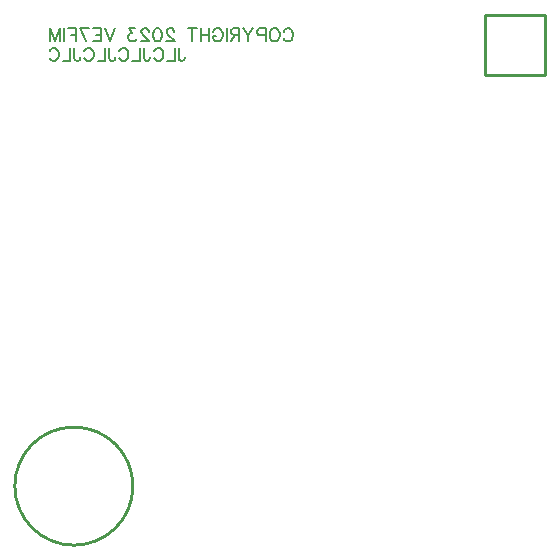
<source format=gbo>
G04 Layer: BottomSilkscreenLayer*
G04 Panelize: V-CUT, Column: 2, Row: 2, Board Size: 58.42mm x 58.42mm, Panelized Board Size: 118.84mm x 118.84mm*
G04 EasyEDA v6.5.34, 2023-09-08 22:56:44*
G04 913679b3e6e84f05a743068e7cf01868,5a6b42c53f6a479593ecc07194224c93,10*
G04 Gerber Generator version 0.2*
G04 Scale: 100 percent, Rotated: No, Reflected: No *
G04 Dimensions in millimeters *
G04 leading zeros omitted , absolute positions ,4 integer and 5 decimal *
%FSLAX45Y45*%
%MOMM*%

%ADD10C,0.1520*%
%ADD11C,0.1524*%
%ADD12C,0.2540*%

%LPD*%
D10*
X1853044Y5436638D02*
G01*
X1853044Y5353512D01*
X1858241Y5337924D01*
X1863435Y5332729D01*
X1873826Y5327535D01*
X1884217Y5327535D01*
X1894608Y5332729D01*
X1899805Y5337924D01*
X1905000Y5353512D01*
X1905000Y5363903D01*
X1818754Y5436638D02*
G01*
X1818754Y5327535D01*
X1818754Y5327535D02*
G01*
X1756410Y5327535D01*
X1644187Y5410662D02*
G01*
X1649384Y5421053D01*
X1659775Y5431444D01*
X1670164Y5436638D01*
X1690946Y5436638D01*
X1701337Y5431444D01*
X1711728Y5421053D01*
X1716925Y5410662D01*
X1722120Y5395074D01*
X1722120Y5369097D01*
X1716925Y5353512D01*
X1711728Y5343121D01*
X1701337Y5332729D01*
X1690946Y5327535D01*
X1670164Y5327535D01*
X1659775Y5332729D01*
X1649384Y5343121D01*
X1644187Y5353512D01*
X1557944Y5436638D02*
G01*
X1557944Y5353512D01*
X1563138Y5337924D01*
X1568335Y5332729D01*
X1578724Y5327535D01*
X1589115Y5327535D01*
X1599506Y5332729D01*
X1604703Y5337924D01*
X1609897Y5353512D01*
X1609897Y5363903D01*
X1523654Y5436638D02*
G01*
X1523654Y5327535D01*
X1523654Y5327535D02*
G01*
X1461307Y5327535D01*
X1349085Y5410662D02*
G01*
X1354282Y5421053D01*
X1364673Y5431444D01*
X1375064Y5436638D01*
X1395844Y5436638D01*
X1406235Y5431444D01*
X1416626Y5421053D01*
X1421823Y5410662D01*
X1427017Y5395074D01*
X1427017Y5369097D01*
X1421823Y5353512D01*
X1416626Y5343121D01*
X1406235Y5332729D01*
X1395844Y5327535D01*
X1375064Y5327535D01*
X1364673Y5332729D01*
X1354282Y5343121D01*
X1349085Y5353512D01*
X1262842Y5436638D02*
G01*
X1262842Y5353512D01*
X1268036Y5337924D01*
X1273233Y5332729D01*
X1283624Y5327535D01*
X1294015Y5327535D01*
X1304404Y5332729D01*
X1309601Y5337924D01*
X1314795Y5353512D01*
X1314795Y5363903D01*
X1228552Y5436638D02*
G01*
X1228552Y5327535D01*
X1228552Y5327535D02*
G01*
X1166205Y5327535D01*
X1053985Y5410662D02*
G01*
X1059179Y5421053D01*
X1069571Y5431444D01*
X1079962Y5436638D01*
X1100744Y5436638D01*
X1111135Y5431444D01*
X1121524Y5421053D01*
X1126721Y5410662D01*
X1131915Y5395074D01*
X1131915Y5369097D01*
X1126721Y5353512D01*
X1121524Y5343121D01*
X1111135Y5332729D01*
X1100744Y5327535D01*
X1079962Y5327535D01*
X1069571Y5332729D01*
X1059179Y5343121D01*
X1053985Y5353512D01*
X967739Y5436638D02*
G01*
X967739Y5353512D01*
X972934Y5337924D01*
X978131Y5332729D01*
X988522Y5327535D01*
X998913Y5327535D01*
X1009304Y5332729D01*
X1014498Y5337924D01*
X1019695Y5353512D01*
X1019695Y5363903D01*
X933450Y5436638D02*
G01*
X933450Y5327535D01*
X933450Y5327535D02*
G01*
X871105Y5327535D01*
X758883Y5410662D02*
G01*
X764077Y5421053D01*
X774468Y5431444D01*
X784860Y5436638D01*
X805642Y5436638D01*
X816033Y5431444D01*
X826424Y5421053D01*
X831618Y5410662D01*
X836815Y5395074D01*
X836815Y5369097D01*
X831618Y5353512D01*
X826424Y5343121D01*
X816033Y5332729D01*
X805642Y5327535D01*
X784860Y5327535D01*
X774468Y5332729D01*
X764077Y5343121D01*
X758883Y5353512D01*
D11*
X2741467Y5575762D02*
G01*
X2746664Y5586153D01*
X2757055Y5596544D01*
X2767444Y5601738D01*
X2788226Y5601738D01*
X2798617Y5596544D01*
X2809008Y5586153D01*
X2814205Y5575762D01*
X2819400Y5560174D01*
X2819400Y5534197D01*
X2814205Y5518612D01*
X2809008Y5508221D01*
X2798617Y5497829D01*
X2788226Y5492635D01*
X2767444Y5492635D01*
X2757055Y5497829D01*
X2746664Y5508221D01*
X2741467Y5518612D01*
X2676004Y5601738D02*
G01*
X2686395Y5596544D01*
X2696786Y5586153D01*
X2701983Y5575762D01*
X2707177Y5560174D01*
X2707177Y5534197D01*
X2701983Y5518612D01*
X2696786Y5508221D01*
X2686395Y5497829D01*
X2676004Y5492635D01*
X2655224Y5492635D01*
X2644833Y5497829D01*
X2634442Y5508221D01*
X2629245Y5518612D01*
X2624051Y5534197D01*
X2624051Y5560174D01*
X2629245Y5575762D01*
X2634442Y5586153D01*
X2644833Y5596544D01*
X2655224Y5601738D01*
X2676004Y5601738D01*
X2589761Y5601738D02*
G01*
X2589761Y5492635D01*
X2589761Y5601738D02*
G01*
X2543002Y5601738D01*
X2527414Y5596544D01*
X2522220Y5591347D01*
X2517025Y5580956D01*
X2517025Y5565371D01*
X2522220Y5554979D01*
X2527414Y5549785D01*
X2543002Y5544588D01*
X2589761Y5544588D01*
X2482735Y5601738D02*
G01*
X2441171Y5549785D01*
X2441171Y5492635D01*
X2399606Y5601738D02*
G01*
X2441171Y5549785D01*
X2365316Y5601738D02*
G01*
X2365316Y5492635D01*
X2365316Y5601738D02*
G01*
X2318557Y5601738D01*
X2302972Y5596544D01*
X2297775Y5591347D01*
X2292581Y5580956D01*
X2292581Y5570565D01*
X2297775Y5560174D01*
X2302972Y5554979D01*
X2318557Y5549785D01*
X2365316Y5549785D01*
X2328948Y5549785D02*
G01*
X2292581Y5492635D01*
X2258291Y5601738D02*
G01*
X2258291Y5492635D01*
X2146068Y5575762D02*
G01*
X2151265Y5586153D01*
X2161654Y5596544D01*
X2172045Y5601738D01*
X2192827Y5601738D01*
X2203218Y5596544D01*
X2213609Y5586153D01*
X2218804Y5575762D01*
X2224001Y5560174D01*
X2224001Y5534197D01*
X2218804Y5518612D01*
X2213609Y5508221D01*
X2203218Y5497829D01*
X2192827Y5492635D01*
X2172045Y5492635D01*
X2161654Y5497829D01*
X2151265Y5508221D01*
X2146068Y5518612D01*
X2146068Y5534197D01*
X2172045Y5534197D02*
G01*
X2146068Y5534197D01*
X2111778Y5601738D02*
G01*
X2111778Y5492635D01*
X2039043Y5601738D02*
G01*
X2039043Y5492635D01*
X2111778Y5549785D02*
G01*
X2039043Y5549785D01*
X1968385Y5601738D02*
G01*
X1968385Y5492635D01*
X2004753Y5601738D02*
G01*
X1932015Y5601738D01*
X1812521Y5575762D02*
G01*
X1812521Y5580956D01*
X1807324Y5591347D01*
X1802129Y5596544D01*
X1791738Y5601738D01*
X1770956Y5601738D01*
X1760565Y5596544D01*
X1755371Y5591347D01*
X1750174Y5580956D01*
X1750174Y5570565D01*
X1755371Y5560174D01*
X1765762Y5544588D01*
X1817715Y5492635D01*
X1744979Y5492635D01*
X1679516Y5601738D02*
G01*
X1695104Y5596544D01*
X1705495Y5580956D01*
X1710689Y5554979D01*
X1710689Y5539394D01*
X1705495Y5513415D01*
X1695104Y5497829D01*
X1679516Y5492635D01*
X1669125Y5492635D01*
X1653539Y5497829D01*
X1643148Y5513415D01*
X1637954Y5539394D01*
X1637954Y5554979D01*
X1643148Y5580956D01*
X1653539Y5596544D01*
X1669125Y5601738D01*
X1679516Y5601738D01*
X1598467Y5575762D02*
G01*
X1598467Y5580956D01*
X1593273Y5591347D01*
X1588076Y5596544D01*
X1577685Y5601738D01*
X1556905Y5601738D01*
X1546514Y5596544D01*
X1541317Y5591347D01*
X1536123Y5580956D01*
X1536123Y5570565D01*
X1541317Y5560174D01*
X1551708Y5544588D01*
X1603664Y5492635D01*
X1530926Y5492635D01*
X1486245Y5601738D02*
G01*
X1429095Y5601738D01*
X1460268Y5560174D01*
X1444683Y5560174D01*
X1434292Y5554979D01*
X1429095Y5549785D01*
X1423901Y5534197D01*
X1423901Y5523806D01*
X1429095Y5508221D01*
X1439486Y5497829D01*
X1455074Y5492635D01*
X1470660Y5492635D01*
X1486245Y5497829D01*
X1491442Y5503024D01*
X1496636Y5513415D01*
X1309601Y5601738D02*
G01*
X1268036Y5492635D01*
X1226474Y5601738D02*
G01*
X1268036Y5492635D01*
X1192184Y5601738D02*
G01*
X1192184Y5492635D01*
X1192184Y5601738D02*
G01*
X1124643Y5601738D01*
X1192184Y5549785D02*
G01*
X1150620Y5549785D01*
X1192184Y5492635D02*
G01*
X1124643Y5492635D01*
X1017615Y5601738D02*
G01*
X1069571Y5492635D01*
X1090353Y5601738D02*
G01*
X1017615Y5601738D01*
X983325Y5601738D02*
G01*
X983325Y5492635D01*
X983325Y5601738D02*
G01*
X915784Y5601738D01*
X983325Y5549785D02*
G01*
X941763Y5549785D01*
X881494Y5601738D02*
G01*
X881494Y5492635D01*
X847204Y5601738D02*
G01*
X847204Y5492635D01*
X847204Y5601738D02*
G01*
X805642Y5492635D01*
X764077Y5601738D02*
G01*
X805642Y5492635D01*
X764077Y5601738D02*
G01*
X764077Y5492635D01*
D12*
G75*
G01
X1465199Y1727200D02*
G03X1465199Y1727200I-499999J0D01*
X4445000Y5715000D02*
G01*
X4953000Y5715000D01*
X4953000Y5207000D01*
X4445000Y5207000D01*
X4445000Y5715000D01*
M02*

</source>
